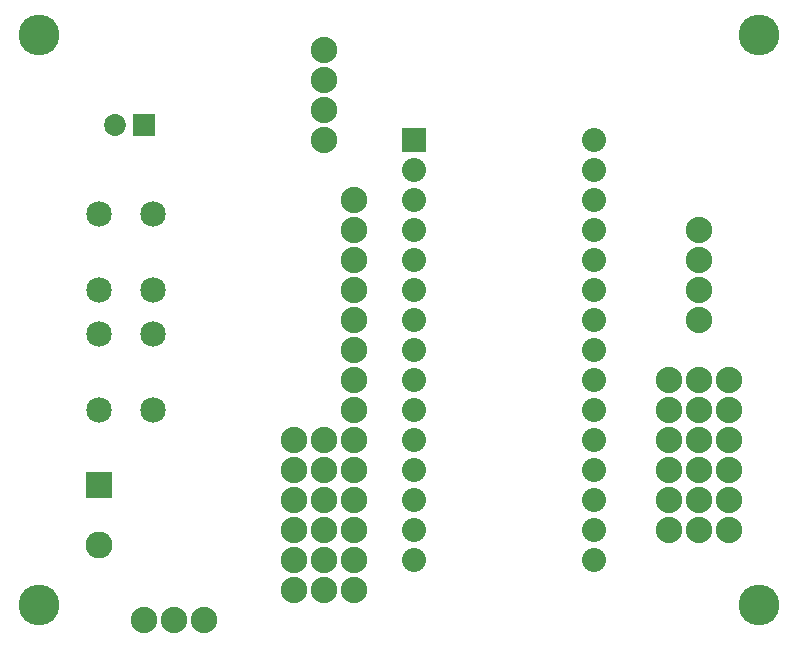
<source format=gts>
G04 MADE WITH FRITZING*
G04 WWW.FRITZING.ORG*
G04 DOUBLE SIDED*
G04 HOLES PLATED*
G04 CONTOUR ON CENTER OF CONTOUR VECTOR*
%ASAXBY*%
%FSLAX23Y23*%
%MOIN*%
%OFA0B0*%
%SFA1.0B1.0*%
%ADD10C,0.072992*%
%ADD11C,0.088000*%
%ADD12C,0.135984*%
%ADD13C,0.080000*%
%ADD14C,0.090000*%
%ADD15C,0.085000*%
%ADD16R,0.072992X0.072992*%
%ADD17R,0.079972X0.080000*%
%ADD18R,0.089986X0.090000*%
%LNMASK1*%
G90*
G70*
G54D10*
X558Y1898D03*
X460Y1898D03*
G54D11*
X2408Y1548D03*
X2408Y1448D03*
X2408Y1348D03*
X2408Y1248D03*
X2308Y648D03*
X2308Y548D03*
X1258Y1648D03*
X558Y248D03*
X658Y248D03*
X758Y248D03*
G54D12*
X2608Y2198D03*
X2608Y298D03*
X208Y2198D03*
X208Y298D03*
G54D13*
X1458Y1848D03*
X1458Y1748D03*
X1458Y1648D03*
X1458Y1548D03*
X1458Y1448D03*
X1458Y1348D03*
X1458Y1248D03*
X1458Y1148D03*
X1458Y1048D03*
X1458Y948D03*
X1458Y848D03*
X1458Y748D03*
X1458Y648D03*
X1458Y548D03*
X1458Y448D03*
X2058Y1848D03*
X2058Y1748D03*
X2058Y1648D03*
X2058Y1548D03*
X2058Y1448D03*
X2058Y1348D03*
X2058Y1248D03*
X2058Y1148D03*
X2058Y1048D03*
X2058Y948D03*
X2058Y848D03*
X2058Y748D03*
X2058Y648D03*
X2058Y548D03*
X2058Y448D03*
G54D14*
X408Y698D03*
X408Y498D03*
G54D11*
X1258Y1548D03*
X1258Y1448D03*
X1258Y1348D03*
X1258Y1248D03*
X1258Y1148D03*
X1258Y1048D03*
X1258Y948D03*
X2408Y1048D03*
X2408Y948D03*
X2408Y848D03*
X2408Y748D03*
X2408Y648D03*
X2408Y548D03*
X2308Y1048D03*
X2308Y948D03*
X2308Y848D03*
X2308Y748D03*
X2508Y1048D03*
X2508Y948D03*
X2508Y848D03*
X2508Y748D03*
X2508Y648D03*
X2508Y548D03*
X1058Y848D03*
X1058Y748D03*
X1058Y648D03*
X1058Y548D03*
X1058Y448D03*
X1058Y348D03*
X1158Y848D03*
X1158Y748D03*
X1158Y648D03*
X1158Y548D03*
X1158Y448D03*
X1158Y348D03*
X1258Y848D03*
X1258Y748D03*
X1258Y648D03*
X1258Y548D03*
X1258Y448D03*
X1258Y348D03*
G54D15*
X586Y1204D03*
X586Y948D03*
X408Y1204D03*
X408Y948D03*
X586Y1604D03*
X586Y1348D03*
X408Y1604D03*
X408Y1348D03*
G54D11*
X1158Y1848D03*
X1158Y1948D03*
X1158Y2048D03*
X1158Y2148D03*
G54D16*
X558Y1898D03*
G54D17*
X1458Y1848D03*
G54D18*
X408Y698D03*
G04 End of Mask1*
M02*
</source>
